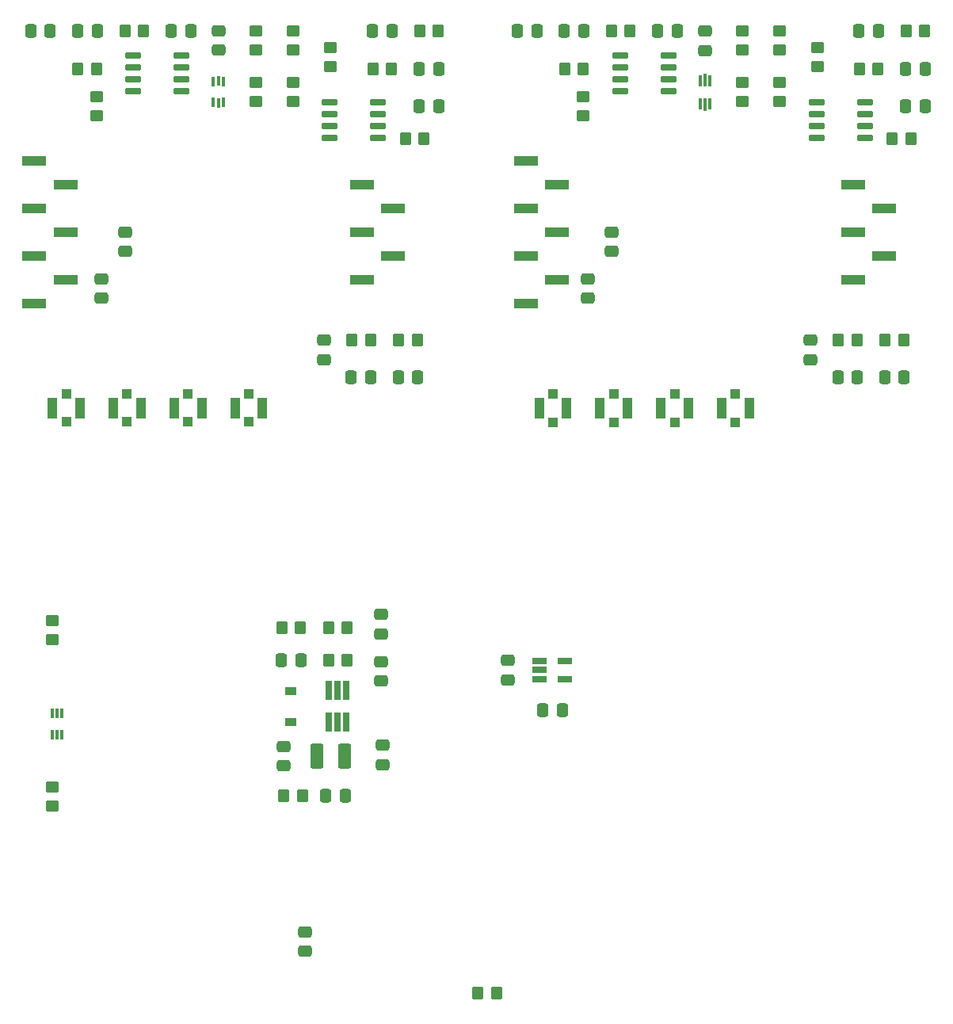
<source format=gbr>
%TF.GenerationSoftware,KiCad,Pcbnew,6.0.7-1.fc36*%
%TF.CreationDate,2022-09-03T19:14:19+02:00*%
%TF.ProjectId,CosmicWatch-ventidue,436f736d-6963-4576-9174-63682d76656e,3.3*%
%TF.SameCoordinates,Original*%
%TF.FileFunction,Paste,Bot*%
%TF.FilePolarity,Positive*%
%FSLAX46Y46*%
G04 Gerber Fmt 4.6, Leading zero omitted, Abs format (unit mm)*
G04 Created by KiCad (PCBNEW 6.0.7-1.fc36) date 2022-09-03 19:14:19*
%MOMM*%
%LPD*%
G01*
G04 APERTURE LIST*
G04 Aperture macros list*
%AMRoundRect*
0 Rectangle with rounded corners*
0 $1 Rounding radius*
0 $2 $3 $4 $5 $6 $7 $8 $9 X,Y pos of 4 corners*
0 Add a 4 corners polygon primitive as box body*
4,1,4,$2,$3,$4,$5,$6,$7,$8,$9,$2,$3,0*
0 Add four circle primitives for the rounded corners*
1,1,$1+$1,$2,$3*
1,1,$1+$1,$4,$5*
1,1,$1+$1,$6,$7*
1,1,$1+$1,$8,$9*
0 Add four rect primitives between the rounded corners*
20,1,$1+$1,$2,$3,$4,$5,0*
20,1,$1+$1,$4,$5,$6,$7,0*
20,1,$1+$1,$6,$7,$8,$9,0*
20,1,$1+$1,$8,$9,$2,$3,0*%
G04 Aperture macros list end*
%ADD10RoundRect,0.250000X0.475000X-0.337500X0.475000X0.337500X-0.475000X0.337500X-0.475000X-0.337500X0*%
%ADD11RoundRect,0.250000X-0.475000X0.337500X-0.475000X-0.337500X0.475000X-0.337500X0.475000X0.337500X0*%
%ADD12RoundRect,0.250000X0.450000X-0.350000X0.450000X0.350000X-0.450000X0.350000X-0.450000X-0.350000X0*%
%ADD13RoundRect,0.250000X0.337500X0.475000X-0.337500X0.475000X-0.337500X-0.475000X0.337500X-0.475000X0*%
%ADD14RoundRect,0.150000X0.725000X0.150000X-0.725000X0.150000X-0.725000X-0.150000X0.725000X-0.150000X0*%
%ADD15R,1.000000X1.000000*%
%ADD16R,1.050000X2.200000*%
%ADD17RoundRect,0.250000X-0.350000X-0.450000X0.350000X-0.450000X0.350000X0.450000X-0.350000X0.450000X0*%
%ADD18R,0.375000X1.250000*%
%ADD19R,0.300000X1.400000*%
%ADD20R,2.510000X1.000000*%
%ADD21RoundRect,0.250000X0.350000X0.450000X-0.350000X0.450000X-0.350000X-0.450000X0.350000X-0.450000X0*%
%ADD22RoundRect,0.250000X-0.337500X-0.475000X0.337500X-0.475000X0.337500X0.475000X-0.337500X0.475000X0*%
%ADD23RoundRect,0.250000X-0.450000X0.350000X-0.450000X-0.350000X0.450000X-0.350000X0.450000X0.350000X0*%
%ADD24R,1.560000X0.650000*%
%ADD25R,0.650000X2.000000*%
%ADD26RoundRect,0.250001X0.462499X1.074999X-0.462499X1.074999X-0.462499X-1.074999X0.462499X-1.074999X0*%
%ADD27R,0.375000X1.025000*%
%ADD28R,0.300000X1.125000*%
%ADD29R,0.375000X1.000000*%
%ADD30R,1.200000X0.900000*%
G04 APERTURE END LIST*
D10*
%TO.C,C309*%
X48000000Y-30537500D03*
X48000000Y-28462500D03*
%TD*%
D11*
%TO.C,C312*%
X35500000Y-54962500D03*
X35500000Y-57037500D03*
%TD*%
D12*
%TO.C,R208*%
X104008985Y-30505000D03*
X104008985Y-28505000D03*
%TD*%
D13*
%TO.C,C207*%
X87046486Y-28505000D03*
X84971486Y-28505000D03*
%TD*%
D14*
%TO.C,U201*%
X117083985Y-36100001D03*
X117083985Y-37370001D03*
X117083985Y-38640001D03*
X117083985Y-39910001D03*
X111933985Y-39910001D03*
X111933985Y-38640001D03*
X111933985Y-37370001D03*
X111933985Y-36100001D03*
%TD*%
D12*
%TO.C,R308*%
X52000000Y-30500000D03*
X52000000Y-28500000D03*
%TD*%
%TO.C,R307*%
X56000000Y-30500000D03*
X56000000Y-28500000D03*
%TD*%
D15*
%TO.C,J202*%
X103258984Y-67255000D03*
X103258984Y-70255000D03*
D16*
X101783984Y-68755000D03*
X104733984Y-68755000D03*
%TD*%
D17*
%TO.C,R404*%
X54999999Y-110171251D03*
X56999999Y-110171251D03*
%TD*%
D11*
%TO.C,C205*%
X111258984Y-61505000D03*
X111258984Y-63580000D03*
%TD*%
D13*
%TO.C,C308*%
X66537500Y-28500000D03*
X64462500Y-28500000D03*
%TD*%
D18*
%TO.C,D202*%
X100546486Y-36230000D03*
D19*
X100008986Y-36305000D03*
D18*
X99471486Y-36230000D03*
X99471486Y-33780000D03*
D19*
X100008986Y-33705000D03*
D18*
X100546486Y-33780000D03*
%TD*%
D10*
%TO.C,C209*%
X100008986Y-30542500D03*
X100008986Y-28467500D03*
%TD*%
D20*
%TO.C,J102*%
X28345000Y-42380000D03*
X31655000Y-44920000D03*
X28345000Y-47460000D03*
X31655000Y-50000000D03*
X28345000Y-52540000D03*
X31655000Y-55080000D03*
X28345000Y-57620000D03*
%TD*%
D11*
%TO.C,C501*%
X57249999Y-124712501D03*
X57249999Y-126787501D03*
%TD*%
D21*
%TO.C,R301*%
X69250000Y-61500000D03*
X67250000Y-61500000D03*
%TD*%
D12*
%TO.C,R309*%
X56000000Y-36000000D03*
X56000000Y-34000000D03*
%TD*%
D17*
%TO.C,R204*%
X121508985Y-28505001D03*
X123508985Y-28505001D03*
%TD*%
D13*
%TO.C,C206*%
X82046486Y-28505000D03*
X79971486Y-28505000D03*
%TD*%
D11*
%TO.C,C305*%
X59250000Y-61500000D03*
X59250000Y-63575000D03*
%TD*%
D15*
%TO.C,J201*%
X96758985Y-67255000D03*
D16*
X95283985Y-68755000D03*
X98233985Y-68755000D03*
D15*
X96758985Y-70255000D03*
%TD*%
D22*
%TO.C,C304*%
X67212500Y-65500000D03*
X69287500Y-65500000D03*
%TD*%
%TO.C,C302*%
X69462500Y-36500000D03*
X71537500Y-36500000D03*
%TD*%
%TO.C,C201*%
X121471485Y-32505001D03*
X123546485Y-32505001D03*
%TD*%
D10*
%TO.C,C403*%
X54999999Y-106958751D03*
X54999999Y-104883751D03*
%TD*%
D22*
%TO.C,C405*%
X54737499Y-95696251D03*
X56812499Y-95696251D03*
%TD*%
D13*
%TO.C,C208*%
X118546485Y-28505001D03*
X116471485Y-28505001D03*
%TD*%
D23*
%TO.C,R213*%
X87008986Y-35505000D03*
X87008986Y-37505000D03*
%TD*%
D24*
%TO.C,U401*%
X82362500Y-97700000D03*
X82362500Y-96750000D03*
X82362500Y-95800000D03*
X85062500Y-95800000D03*
X85062500Y-97700000D03*
%TD*%
D21*
%TO.C,R202*%
X116258984Y-61505000D03*
X114258984Y-61505000D03*
%TD*%
D25*
%TO.C,U402*%
X59799999Y-98896251D03*
X60749999Y-98896251D03*
X61699999Y-98896251D03*
X61699999Y-102316251D03*
X60749999Y-102316251D03*
X59799999Y-102316251D03*
%TD*%
D12*
%TO.C,R106*%
X30249999Y-93500001D03*
X30249999Y-91500001D03*
%TD*%
D13*
%TO.C,C306*%
X30037500Y-28500000D03*
X27962500Y-28500000D03*
%TD*%
D20*
%TO.C,J101*%
X63345000Y-44882500D03*
X66655000Y-47422500D03*
X63345000Y-49962500D03*
X66655000Y-52502500D03*
X63345000Y-55042500D03*
%TD*%
D21*
%TO.C,R310*%
X40000000Y-28500000D03*
X38000000Y-28500000D03*
%TD*%
%TO.C,R305*%
X66500000Y-32500000D03*
X64500000Y-32500000D03*
%TD*%
D22*
%TO.C,C301*%
X69462500Y-32500000D03*
X71537500Y-32500000D03*
%TD*%
D17*
%TO.C,R401*%
X59774999Y-95696251D03*
X61774999Y-95696251D03*
%TD*%
D13*
%TO.C,C210*%
X97046486Y-28505000D03*
X94971486Y-28505000D03*
%TD*%
D15*
%TO.C,J303*%
X31750000Y-67250000D03*
D16*
X33225000Y-68750000D03*
X30275000Y-68750000D03*
D15*
X31750000Y-70250000D03*
%TD*%
%TO.C,J302*%
X51250000Y-67250000D03*
D16*
X52725000Y-68750000D03*
X49775000Y-68750000D03*
D15*
X51250000Y-70250000D03*
%TD*%
D12*
%TO.C,R311*%
X52000000Y-36000000D03*
X52000000Y-34000000D03*
%TD*%
D15*
%TO.C,J204*%
X90258985Y-67255000D03*
X90258985Y-70255000D03*
D16*
X88783985Y-68755000D03*
X91733985Y-68755000D03*
%TD*%
D15*
%TO.C,J203*%
X83758985Y-67254999D03*
D16*
X85233985Y-68754999D03*
D15*
X83758985Y-70254999D03*
D16*
X82283985Y-68754999D03*
%TD*%
D17*
%TO.C,R303*%
X68000000Y-40000000D03*
X70000000Y-40000000D03*
%TD*%
D11*
%TO.C,C212*%
X87508985Y-54967499D03*
X87508985Y-57042499D03*
%TD*%
D21*
%TO.C,R210*%
X92008986Y-28505000D03*
X90008986Y-28505000D03*
%TD*%
D20*
%TO.C,J104*%
X80845000Y-42380000D03*
X84155000Y-44920000D03*
X80845000Y-47460000D03*
X84155000Y-50000000D03*
X80845000Y-52540000D03*
X84155000Y-55080000D03*
X80845000Y-57620000D03*
%TD*%
D22*
%TO.C,C408*%
X59462499Y-110171251D03*
X61537499Y-110171251D03*
%TD*%
D26*
%TO.C,L401*%
X61487499Y-105921251D03*
X58512499Y-105921251D03*
%TD*%
D13*
%TO.C,C310*%
X45037500Y-28500000D03*
X42962500Y-28500000D03*
%TD*%
D12*
%TO.C,R206*%
X112008985Y-32255000D03*
X112008985Y-30255000D03*
%TD*%
D14*
%TO.C,U202*%
X96083986Y-31100000D03*
X96083986Y-32370000D03*
X96083986Y-33640000D03*
X96083986Y-34910000D03*
X90933986Y-34910000D03*
X90933986Y-33640000D03*
X90933986Y-32370000D03*
X90933986Y-31100000D03*
%TD*%
D21*
%TO.C,R302*%
X64250000Y-61500000D03*
X62250000Y-61500000D03*
%TD*%
D10*
%TO.C,C404*%
X65514999Y-106833751D03*
X65514999Y-104758751D03*
%TD*%
D12*
%TO.C,R105*%
X30249999Y-111250001D03*
X30249999Y-109250001D03*
%TD*%
D11*
%TO.C,C211*%
X90008985Y-49967499D03*
X90008985Y-52042499D03*
%TD*%
D21*
%TO.C,R201*%
X121258985Y-61505000D03*
X119258985Y-61505000D03*
%TD*%
D22*
%TO.C,C202*%
X121471485Y-36505001D03*
X123546485Y-36505001D03*
%TD*%
D13*
%TO.C,C307*%
X35037500Y-28500000D03*
X32962500Y-28500000D03*
%TD*%
D23*
%TO.C,R313*%
X35000000Y-35500000D03*
X35000000Y-37500000D03*
%TD*%
D12*
%TO.C,R211*%
X104008985Y-36005000D03*
X104008985Y-34005000D03*
%TD*%
D22*
%TO.C,C204*%
X119221484Y-65505000D03*
X121296484Y-65505000D03*
%TD*%
D14*
%TO.C,U301*%
X65075000Y-36095000D03*
X65075000Y-37365000D03*
X65075000Y-38635000D03*
X65075000Y-39905000D03*
X59925000Y-39905000D03*
X59925000Y-38635000D03*
X59925000Y-37365000D03*
X59925000Y-36095000D03*
%TD*%
D21*
%TO.C,R212*%
X87008986Y-32505000D03*
X85008986Y-32505000D03*
%TD*%
D13*
%TO.C,C402*%
X84750000Y-101000000D03*
X82675000Y-101000000D03*
%TD*%
%TO.C,C203*%
X116296484Y-65505000D03*
X114221484Y-65505000D03*
%TD*%
D10*
%TO.C,C407*%
X65414999Y-92896251D03*
X65414999Y-90821251D03*
%TD*%
D27*
%TO.C,D101*%
X31287499Y-103612501D03*
D28*
X30749999Y-103662501D03*
D27*
X30212499Y-103612501D03*
D29*
X30212499Y-101400001D03*
D28*
X30749999Y-101337501D03*
D29*
X31287499Y-101400001D03*
%TD*%
D11*
%TO.C,C406*%
X65414999Y-95821251D03*
X65414999Y-97896251D03*
%TD*%
D10*
%TO.C,C401*%
X78962500Y-97787500D03*
X78962500Y-95712500D03*
%TD*%
D21*
%TO.C,R312*%
X35000000Y-32500000D03*
X33000000Y-32500000D03*
%TD*%
D14*
%TO.C,U302*%
X44075000Y-31095000D03*
X44075000Y-32365000D03*
X44075000Y-33635000D03*
X44075000Y-34905000D03*
X38925000Y-34905000D03*
X38925000Y-33635000D03*
X38925000Y-32365000D03*
X38925000Y-31095000D03*
%TD*%
D15*
%TO.C,J301*%
X44750000Y-67250000D03*
X44750000Y-70250000D03*
D16*
X43275000Y-68750000D03*
X46225000Y-68750000D03*
%TD*%
D21*
%TO.C,R402*%
X56774999Y-92196251D03*
X54774999Y-92196251D03*
%TD*%
D15*
%TO.C,J304*%
X38250000Y-67250000D03*
D16*
X36775000Y-68750000D03*
D15*
X38250000Y-70250000D03*
D16*
X39725000Y-68750000D03*
%TD*%
D12*
%TO.C,R207*%
X108008985Y-30505000D03*
X108008985Y-28505000D03*
%TD*%
D30*
%TO.C,D401*%
X55749999Y-98996251D03*
X55749999Y-102296251D03*
%TD*%
D17*
%TO.C,R203*%
X120008985Y-40005001D03*
X122008985Y-40005001D03*
%TD*%
D21*
%TO.C,R205*%
X118508985Y-32505001D03*
X116508985Y-32505001D03*
%TD*%
%TO.C,R102*%
X77750000Y-131250000D03*
X75750000Y-131250000D03*
%TD*%
D27*
%TO.C,D302*%
X48537500Y-36112500D03*
D28*
X48000000Y-36162500D03*
D27*
X47462500Y-36112500D03*
D29*
X47462500Y-33900000D03*
D28*
X48000000Y-33837500D03*
D29*
X48537500Y-33900000D03*
%TD*%
D13*
%TO.C,C303*%
X64287500Y-65500000D03*
X62212500Y-65500000D03*
%TD*%
D20*
%TO.C,J103*%
X115845000Y-44920000D03*
X119155000Y-47460000D03*
X115845000Y-50000000D03*
X119155000Y-52540000D03*
X115845000Y-55080000D03*
%TD*%
D11*
%TO.C,C311*%
X38000000Y-49962500D03*
X38000000Y-52037500D03*
%TD*%
D12*
%TO.C,R209*%
X108008985Y-36005000D03*
X108008985Y-34005000D03*
%TD*%
D17*
%TO.C,R403*%
X59774999Y-92196251D03*
X61774999Y-92196251D03*
%TD*%
D12*
%TO.C,R306*%
X60000000Y-32250000D03*
X60000000Y-30250000D03*
%TD*%
D17*
%TO.C,R304*%
X69500000Y-28500000D03*
X71500000Y-28500000D03*
%TD*%
M02*

</source>
